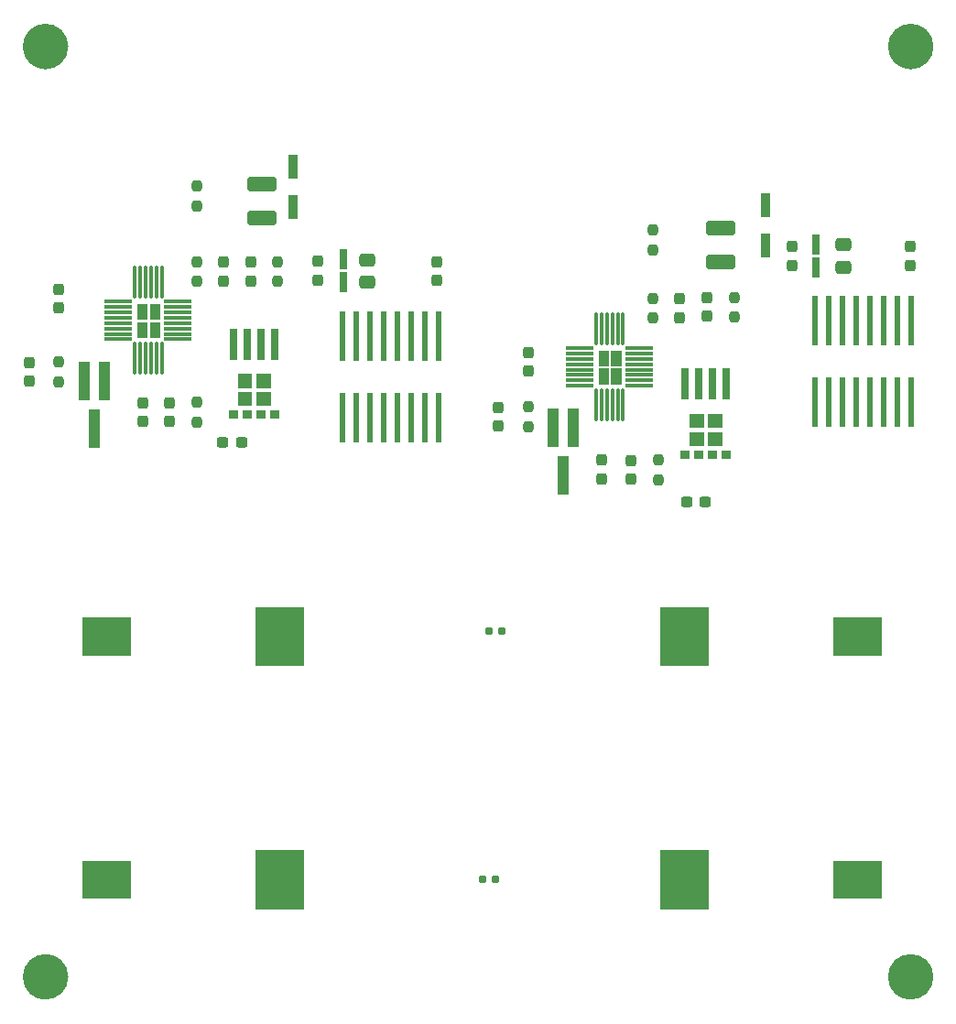
<source format=gtp>
%TF.GenerationSoftware,KiCad,Pcbnew,6.0.11+dfsg-1*%
%TF.CreationDate,2023-05-03T21:30:48-05:00*%
%TF.ProjectId,CubesatPwrBoard,43756265-7361-4745-9077-72426f617264,rev?*%
%TF.SameCoordinates,Original*%
%TF.FileFunction,Paste,Top*%
%TF.FilePolarity,Positive*%
%FSLAX46Y46*%
G04 Gerber Fmt 4.6, Leading zero omitted, Abs format (unit mm)*
G04 Created by KiCad (PCBNEW 6.0.11+dfsg-1) date 2023-05-03 21:30:48*
%MOMM*%
%LPD*%
G01*
G04 APERTURE LIST*
G04 Aperture macros list*
%AMRoundRect*
0 Rectangle with rounded corners*
0 $1 Rounding radius*
0 $2 $3 $4 $5 $6 $7 $8 $9 X,Y pos of 4 corners*
0 Add a 4 corners polygon primitive as box body*
4,1,4,$2,$3,$4,$5,$6,$7,$8,$9,$2,$3,0*
0 Add four circle primitives for the rounded corners*
1,1,$1+$1,$2,$3*
1,1,$1+$1,$4,$5*
1,1,$1+$1,$6,$7*
1,1,$1+$1,$8,$9*
0 Add four rect primitives between the rounded corners*
20,1,$1+$1,$2,$3,$4,$5,0*
20,1,$1+$1,$4,$5,$6,$7,0*
20,1,$1+$1,$6,$7,$8,$9,0*
20,1,$1+$1,$8,$9,$2,$3,0*%
G04 Aperture macros list end*
%ADD10C,2.088486*%
%ADD11C,0.010000*%
%ADD12C,2.100000*%
%ADD13C,0.120000*%
%ADD14R,0.700000X1.850000*%
%ADD15RoundRect,0.237500X0.237500X-0.300000X0.237500X0.300000X-0.237500X0.300000X-0.237500X-0.300000X0*%
%ADD16RoundRect,0.041300X0.253700X-2.213700X0.253700X2.213700X-0.253700X2.213700X-0.253700X-2.213700X0*%
%ADD17RoundRect,0.018900X1.228600X0.116100X-1.228600X0.116100X-1.228600X-0.116100X1.228600X-0.116100X0*%
%ADD18RoundRect,0.018900X-0.116100X1.478600X-0.116100X-1.478600X0.116100X-1.478600X0.116100X1.478600X0*%
%ADD19RoundRect,0.018900X-1.228600X-0.116100X1.228600X-0.116100X1.228600X0.116100X-1.228600X0.116100X0*%
%ADD20RoundRect,0.018900X0.116100X-1.478600X0.116100X1.478600X-0.116100X1.478600X-0.116100X-1.478600X0*%
%ADD21RoundRect,0.237500X0.237500X-0.250000X0.237500X0.250000X-0.237500X0.250000X-0.237500X-0.250000X0*%
%ADD22R,0.750000X2.965000*%
%ADD23R,0.740000X2.965000*%
%ADD24RoundRect,0.237500X-0.237500X0.300000X-0.237500X-0.300000X0.237500X-0.300000X0.237500X0.300000X0*%
%ADD25R,1.000000X3.600000*%
%ADD26RoundRect,0.237500X-0.237500X0.287500X-0.237500X-0.287500X0.237500X-0.287500X0.237500X0.287500X0*%
%ADD27RoundRect,0.237500X-0.300000X-0.237500X0.300000X-0.237500X0.300000X0.237500X-0.300000X0.237500X0*%
%ADD28RoundRect,0.250000X1.100000X-0.412500X1.100000X0.412500X-1.100000X0.412500X-1.100000X-0.412500X0*%
%ADD29RoundRect,0.237500X-0.237500X0.250000X-0.237500X-0.250000X0.237500X-0.250000X0.237500X0.250000X0*%
%ADD30RoundRect,0.250000X-0.475000X0.337500X-0.475000X-0.337500X0.475000X-0.337500X0.475000X0.337500X0*%
%ADD31RoundRect,0.160000X-0.197500X-0.160000X0.197500X-0.160000X0.197500X0.160000X-0.197500X0.160000X0*%
%ADD32R,0.900000X2.250000*%
G04 APERTURE END LIST*
D10*
X192544243Y-136500000D02*
G75*
G03*
X192544243Y-136500000I-1044243J0D01*
G01*
X112544243Y-136500000D02*
G75*
G03*
X112544243Y-136500000I-1044243J0D01*
G01*
X192544243Y-50500000D02*
G75*
G03*
X192544243Y-50500000I-1044243J0D01*
G01*
X112544243Y-50500000D02*
G75*
G03*
X112544243Y-50500000I-1044243J0D01*
G01*
%TO.C,U2*%
G36*
X164685000Y-81646250D02*
G01*
X163805000Y-81646250D01*
X163805000Y-80266250D01*
X164685000Y-80266250D01*
X164685000Y-81646250D01*
G37*
D11*
X164685000Y-81646250D02*
X163805000Y-81646250D01*
X163805000Y-80266250D01*
X164685000Y-80266250D01*
X164685000Y-81646250D01*
G36*
X164685000Y-79966250D02*
G01*
X163805000Y-79966250D01*
X163805000Y-78586250D01*
X164685000Y-78586250D01*
X164685000Y-79966250D01*
G37*
X164685000Y-79966250D02*
X163805000Y-79966250D01*
X163805000Y-78586250D01*
X164685000Y-78586250D01*
X164685000Y-79966250D01*
G36*
X163505000Y-81646250D02*
G01*
X162625000Y-81646250D01*
X162625000Y-80266250D01*
X163505000Y-80266250D01*
X163505000Y-81646250D01*
G37*
X163505000Y-81646250D02*
X162625000Y-81646250D01*
X162625000Y-80266250D01*
X163505000Y-80266250D01*
X163505000Y-81646250D01*
G36*
X163505000Y-79966250D02*
G01*
X162625000Y-79966250D01*
X162625000Y-78586250D01*
X163505000Y-78586250D01*
X163505000Y-79966250D01*
G37*
X163505000Y-79966250D02*
X162625000Y-79966250D01*
X162625000Y-78586250D01*
X163505000Y-78586250D01*
X163505000Y-79966250D01*
%TO.C,Q3*%
G36*
X172282500Y-85678750D02*
G01*
X171032500Y-85678750D01*
X171032500Y-84478750D01*
X172282500Y-84478750D01*
X172282500Y-85678750D01*
G37*
X172282500Y-85678750D02*
X171032500Y-85678750D01*
X171032500Y-84478750D01*
X172282500Y-84478750D01*
X172282500Y-85678750D01*
G36*
X174002500Y-85678750D02*
G01*
X172752500Y-85678750D01*
X172752500Y-84478750D01*
X174002500Y-84478750D01*
X174002500Y-85678750D01*
G37*
X174002500Y-85678750D02*
X172752500Y-85678750D01*
X172752500Y-84478750D01*
X174002500Y-84478750D01*
X174002500Y-85678750D01*
G36*
X170992500Y-88533750D02*
G01*
X170232500Y-88533750D01*
X170232500Y-87823750D01*
X170992500Y-87823750D01*
X170992500Y-88533750D01*
G37*
X170992500Y-88533750D02*
X170232500Y-88533750D01*
X170232500Y-87823750D01*
X170992500Y-87823750D01*
X170992500Y-88533750D01*
G36*
X172262500Y-88533750D02*
G01*
X171502500Y-88533750D01*
X171502500Y-87823750D01*
X172262500Y-87823750D01*
X172262500Y-88533750D01*
G37*
X172262500Y-88533750D02*
X171502500Y-88533750D01*
X171502500Y-87823750D01*
X172262500Y-87823750D01*
X172262500Y-88533750D01*
G36*
X173532500Y-88533750D02*
G01*
X172772500Y-88533750D01*
X172772500Y-87823750D01*
X173532500Y-87823750D01*
X173532500Y-88533750D01*
G37*
X173532500Y-88533750D02*
X172772500Y-88533750D01*
X172772500Y-87823750D01*
X173532500Y-87823750D01*
X173532500Y-88533750D01*
G36*
X174802500Y-88533750D02*
G01*
X174042500Y-88533750D01*
X174042500Y-87823750D01*
X174802500Y-87823750D01*
X174802500Y-88533750D01*
G37*
X174802500Y-88533750D02*
X174042500Y-88533750D01*
X174042500Y-87823750D01*
X174802500Y-87823750D01*
X174802500Y-88533750D01*
G36*
X174002500Y-87348750D02*
G01*
X172752500Y-87348750D01*
X172752500Y-86148750D01*
X174002500Y-86148750D01*
X174002500Y-87348750D01*
G37*
X174002500Y-87348750D02*
X172752500Y-87348750D01*
X172752500Y-86148750D01*
X174002500Y-86148750D01*
X174002500Y-87348750D01*
G36*
X172282500Y-87348750D02*
G01*
X171032500Y-87348750D01*
X171032500Y-86148750D01*
X172282500Y-86148750D01*
X172282500Y-87348750D01*
G37*
X172282500Y-87348750D02*
X171032500Y-87348750D01*
X171032500Y-86148750D01*
X172282500Y-86148750D01*
X172282500Y-87348750D01*
%TO.C,H1*%
D12*
X112550000Y-136500000D02*
G75*
G03*
X112550000Y-136500000I-1050000J0D01*
G01*
D13*
%TO.C,J3*%
X119350000Y-106700000D02*
X114950000Y-106700000D01*
X114950000Y-106700000D02*
X114950000Y-103300000D01*
X114950000Y-103300000D02*
X119350000Y-103300000D01*
X119350000Y-103300000D02*
X119350000Y-106700000D01*
G36*
X119350000Y-106700000D02*
G01*
X114950000Y-106700000D01*
X114950000Y-103300000D01*
X119350000Y-103300000D01*
X119350000Y-106700000D01*
G37*
X135350000Y-107700000D02*
X130950000Y-107700000D01*
X130950000Y-107700000D02*
X130950000Y-102300000D01*
X130950000Y-102300000D02*
X135350000Y-102300000D01*
X135350000Y-102300000D02*
X135350000Y-107700000D01*
G36*
X135350000Y-107700000D02*
G01*
X130950000Y-107700000D01*
X130950000Y-102300000D01*
X135350000Y-102300000D01*
X135350000Y-107700000D01*
G37*
%TO.C,H3*%
D12*
X192550000Y-136500000D02*
G75*
G03*
X192550000Y-136500000I-1050000J0D01*
G01*
%TO.C,H4*%
X112550000Y-50500000D02*
G75*
G03*
X112550000Y-50500000I-1050000J0D01*
G01*
%TO.C,H2*%
X192550000Y-50500000D02*
G75*
G03*
X192550000Y-50500000I-1050000J0D01*
G01*
D13*
%TO.C,J6*%
X184350000Y-125800000D02*
X188750000Y-125800000D01*
X188750000Y-125800000D02*
X188750000Y-129200000D01*
X188750000Y-129200000D02*
X184350000Y-129200000D01*
X184350000Y-129200000D02*
X184350000Y-125800000D01*
G36*
X184350000Y-125800000D02*
G01*
X188750000Y-125800000D01*
X188750000Y-129200000D01*
X184350000Y-129200000D01*
X184350000Y-125800000D01*
G37*
X168350000Y-124800000D02*
X172750000Y-124800000D01*
X172750000Y-124800000D02*
X172750000Y-130200000D01*
X172750000Y-130200000D02*
X168350000Y-130200000D01*
X168350000Y-130200000D02*
X168350000Y-124800000D01*
G36*
X168350000Y-124800000D02*
G01*
X172750000Y-124800000D01*
X172750000Y-130200000D01*
X168350000Y-130200000D01*
X168350000Y-124800000D01*
G37*
%TO.C,J5*%
X135350000Y-130200000D02*
X130950000Y-130200000D01*
X130950000Y-130200000D02*
X130950000Y-124800000D01*
X130950000Y-124800000D02*
X135350000Y-124800000D01*
X135350000Y-124800000D02*
X135350000Y-130200000D01*
G36*
X135350000Y-130200000D02*
G01*
X130950000Y-130200000D01*
X130950000Y-124800000D01*
X135350000Y-124800000D01*
X135350000Y-130200000D01*
G37*
X119350000Y-129200000D02*
X114950000Y-129200000D01*
X114950000Y-129200000D02*
X114950000Y-125800000D01*
X114950000Y-125800000D02*
X119350000Y-125800000D01*
X119350000Y-125800000D02*
X119350000Y-129200000D01*
G36*
X119350000Y-129200000D02*
G01*
X114950000Y-129200000D01*
X114950000Y-125800000D01*
X119350000Y-125800000D01*
X119350000Y-129200000D01*
G37*
%TO.C,J4*%
X184350000Y-103300000D02*
X188750000Y-103300000D01*
X188750000Y-103300000D02*
X188750000Y-106700000D01*
X188750000Y-106700000D02*
X184350000Y-106700000D01*
X184350000Y-106700000D02*
X184350000Y-103300000D01*
G36*
X184350000Y-103300000D02*
G01*
X188750000Y-103300000D01*
X188750000Y-106700000D01*
X184350000Y-106700000D01*
X184350000Y-103300000D01*
G37*
X168350000Y-102300000D02*
X172750000Y-102300000D01*
X172750000Y-102300000D02*
X172750000Y-107700000D01*
X172750000Y-107700000D02*
X168350000Y-107700000D01*
X168350000Y-107700000D02*
X168350000Y-102300000D01*
G36*
X168350000Y-102300000D02*
G01*
X172750000Y-102300000D01*
X172750000Y-107700000D01*
X168350000Y-107700000D01*
X168350000Y-102300000D01*
G37*
%TO.C,U1*%
G36*
X120842500Y-77340000D02*
G01*
X119962500Y-77340000D01*
X119962500Y-75960000D01*
X120842500Y-75960000D01*
X120842500Y-77340000D01*
G37*
D11*
X120842500Y-77340000D02*
X119962500Y-77340000D01*
X119962500Y-75960000D01*
X120842500Y-75960000D01*
X120842500Y-77340000D01*
G36*
X122022500Y-77340000D02*
G01*
X121142500Y-77340000D01*
X121142500Y-75960000D01*
X122022500Y-75960000D01*
X122022500Y-77340000D01*
G37*
X122022500Y-77340000D02*
X121142500Y-77340000D01*
X121142500Y-75960000D01*
X122022500Y-75960000D01*
X122022500Y-77340000D01*
G36*
X120842500Y-75660000D02*
G01*
X119962500Y-75660000D01*
X119962500Y-74280000D01*
X120842500Y-74280000D01*
X120842500Y-75660000D01*
G37*
X120842500Y-75660000D02*
X119962500Y-75660000D01*
X119962500Y-74280000D01*
X120842500Y-74280000D01*
X120842500Y-75660000D01*
G36*
X122022500Y-75660000D02*
G01*
X121142500Y-75660000D01*
X121142500Y-74280000D01*
X122022500Y-74280000D01*
X122022500Y-75660000D01*
G37*
X122022500Y-75660000D02*
X121142500Y-75660000D01*
X121142500Y-74280000D01*
X122022500Y-74280000D01*
X122022500Y-75660000D01*
%TO.C,Q1*%
G36*
X132240000Y-83642500D02*
G01*
X130990000Y-83642500D01*
X130990000Y-82442500D01*
X132240000Y-82442500D01*
X132240000Y-83642500D01*
G37*
X132240000Y-83642500D02*
X130990000Y-83642500D01*
X130990000Y-82442500D01*
X132240000Y-82442500D01*
X132240000Y-83642500D01*
G36*
X131770000Y-84827500D02*
G01*
X131010000Y-84827500D01*
X131010000Y-84117500D01*
X131770000Y-84117500D01*
X131770000Y-84827500D01*
G37*
X131770000Y-84827500D02*
X131010000Y-84827500D01*
X131010000Y-84117500D01*
X131770000Y-84117500D01*
X131770000Y-84827500D01*
G36*
X129230000Y-84827500D02*
G01*
X128470000Y-84827500D01*
X128470000Y-84117500D01*
X129230000Y-84117500D01*
X129230000Y-84827500D01*
G37*
X129230000Y-84827500D02*
X128470000Y-84827500D01*
X128470000Y-84117500D01*
X129230000Y-84117500D01*
X129230000Y-84827500D01*
G36*
X130520000Y-83642500D02*
G01*
X129270000Y-83642500D01*
X129270000Y-82442500D01*
X130520000Y-82442500D01*
X130520000Y-83642500D01*
G37*
X130520000Y-83642500D02*
X129270000Y-83642500D01*
X129270000Y-82442500D01*
X130520000Y-82442500D01*
X130520000Y-83642500D01*
G36*
X130520000Y-81972500D02*
G01*
X129270000Y-81972500D01*
X129270000Y-80772500D01*
X130520000Y-80772500D01*
X130520000Y-81972500D01*
G37*
X130520000Y-81972500D02*
X129270000Y-81972500D01*
X129270000Y-80772500D01*
X130520000Y-80772500D01*
X130520000Y-81972500D01*
G36*
X133040000Y-84827500D02*
G01*
X132280000Y-84827500D01*
X132280000Y-84117500D01*
X133040000Y-84117500D01*
X133040000Y-84827500D01*
G37*
X133040000Y-84827500D02*
X132280000Y-84827500D01*
X132280000Y-84117500D01*
X133040000Y-84117500D01*
X133040000Y-84827500D01*
G36*
X132240000Y-81972500D02*
G01*
X130990000Y-81972500D01*
X130990000Y-80772500D01*
X132240000Y-80772500D01*
X132240000Y-81972500D01*
G37*
X132240000Y-81972500D02*
X130990000Y-81972500D01*
X130990000Y-80772500D01*
X132240000Y-80772500D01*
X132240000Y-81972500D01*
G36*
X130500000Y-84827500D02*
G01*
X129740000Y-84827500D01*
X129740000Y-84117500D01*
X130500000Y-84117500D01*
X130500000Y-84827500D01*
G37*
X130500000Y-84827500D02*
X129740000Y-84827500D01*
X129740000Y-84117500D01*
X130500000Y-84117500D01*
X130500000Y-84827500D01*
%TD*%
D14*
%TO.C,D3*%
X139062500Y-70165852D03*
X139062500Y-72315852D03*
%TD*%
D15*
%TO.C,C2*%
X130492500Y-72172500D03*
X130492500Y-70447500D03*
%TD*%
D16*
%TO.C,U4*%
X182680000Y-83350000D03*
X183950000Y-83350000D03*
X185220000Y-83350000D03*
X186490000Y-83350000D03*
X187760000Y-83350000D03*
X189030000Y-83350000D03*
X190300000Y-83350000D03*
X191570000Y-83350000D03*
X191570000Y-75860000D03*
X190300000Y-75860000D03*
X189030000Y-75860000D03*
X187760000Y-75860000D03*
X186490000Y-75860000D03*
X185220000Y-75860000D03*
X183950000Y-75860000D03*
X182680000Y-75860000D03*
%TD*%
D17*
%TO.C,U2*%
X166407500Y-81866250D03*
X166407500Y-81366250D03*
X166407500Y-80866250D03*
X166407500Y-80366250D03*
X166407500Y-79866250D03*
X166407500Y-79366250D03*
X166407500Y-78866250D03*
X166407500Y-78366250D03*
D18*
X164905000Y-76613750D03*
X164405000Y-76613750D03*
X163905000Y-76613750D03*
X163405000Y-76613750D03*
X162905000Y-76613750D03*
X162405000Y-76613750D03*
D19*
X160902500Y-78366250D03*
X160902500Y-78866250D03*
X160902500Y-79366250D03*
X160902500Y-79866250D03*
X160902500Y-80366250D03*
X160902500Y-80866250D03*
X160902500Y-81366250D03*
X160902500Y-81866250D03*
D20*
X162405000Y-83618750D03*
X162905000Y-83618750D03*
X163405000Y-83618750D03*
X163905000Y-83618750D03*
X164405000Y-83618750D03*
X164905000Y-83618750D03*
%TD*%
D21*
%TO.C,R1*%
X132925000Y-72222500D03*
X132925000Y-70397500D03*
%TD*%
D22*
%TO.C,Q3*%
X174422500Y-81706250D03*
X173152500Y-81706250D03*
D23*
X171887500Y-81706250D03*
D22*
X170612500Y-81706250D03*
%TD*%
D24*
%TO.C,C6*%
X109992500Y-79697500D03*
X109992500Y-81422500D03*
%TD*%
D25*
%TO.C,Q4*%
X160305100Y-85766250D03*
X158405100Y-85766250D03*
X159355100Y-90166250D03*
%TD*%
D15*
%TO.C,C11*%
X156155000Y-80478750D03*
X156155000Y-78753750D03*
%TD*%
D26*
%TO.C,L1*%
X120502500Y-83435000D03*
X120502500Y-85185000D03*
%TD*%
D27*
%TO.C,C7*%
X127882500Y-87050000D03*
X129607500Y-87050000D03*
%TD*%
D15*
%TO.C,C17*%
X191490000Y-70712500D03*
X191490000Y-68987500D03*
%TD*%
D24*
%TO.C,C13*%
X153395000Y-83853750D03*
X153395000Y-85578750D03*
%TD*%
D28*
%TO.C,C1*%
X131492500Y-66372500D03*
X131492500Y-63247500D03*
%TD*%
%TO.C,C8*%
X173905000Y-70428750D03*
X173905000Y-67303750D03*
%TD*%
D29*
%TO.C,R9*%
X167632500Y-67453750D03*
X167632500Y-69278750D03*
%TD*%
D16*
%TO.C,U3*%
X138932500Y-84785852D03*
X140202500Y-84785852D03*
X141472500Y-84785852D03*
X142742500Y-84785852D03*
X144012500Y-84785852D03*
X145282500Y-84785852D03*
X146552500Y-84785852D03*
X147822500Y-84785852D03*
X147822500Y-77295852D03*
X146552500Y-77295852D03*
X145282500Y-77295852D03*
X144012500Y-77295852D03*
X142742500Y-77295852D03*
X141472500Y-77295852D03*
X140202500Y-77295852D03*
X138932500Y-77295852D03*
%TD*%
D26*
%TO.C,L4*%
X180490000Y-68975000D03*
X180490000Y-70725000D03*
%TD*%
D24*
%TO.C,C10*%
X170155000Y-73830051D03*
X170155000Y-75555051D03*
%TD*%
D29*
%TO.C,R8*%
X168132500Y-88703750D03*
X168132500Y-90528750D03*
%TD*%
D15*
%TO.C,C4*%
X112742500Y-74672500D03*
X112742500Y-72947500D03*
%TD*%
D29*
%TO.C,R10*%
X156155000Y-83803750D03*
X156155000Y-85628750D03*
%TD*%
D14*
%TO.C,D4*%
X182750000Y-68775000D03*
X182750000Y-70925000D03*
%TD*%
D24*
%TO.C,C3*%
X127992500Y-70447500D03*
X127992500Y-72172500D03*
%TD*%
D30*
%TO.C,C18*%
X185240000Y-68812500D03*
X185240000Y-70887500D03*
%TD*%
D25*
%TO.C,Q2*%
X116942600Y-81410000D03*
X115042600Y-81410000D03*
X115992600Y-85810000D03*
%TD*%
D26*
%TO.C,L2*%
X162895000Y-88741250D03*
X162895000Y-90491250D03*
%TD*%
D21*
%TO.C,R6*%
X175200000Y-75528750D03*
X175200000Y-73703750D03*
%TD*%
D29*
%TO.C,R3*%
X125502500Y-83397500D03*
X125502500Y-85222500D03*
%TD*%
D31*
%TO.C,TH1*%
X152500000Y-104500000D03*
X153695000Y-104500000D03*
%TD*%
D29*
%TO.C,R5*%
X112742500Y-79647500D03*
X112742500Y-81472500D03*
%TD*%
D26*
%TO.C,L3*%
X136715000Y-70365852D03*
X136715000Y-72115852D03*
%TD*%
D24*
%TO.C,C5*%
X122992500Y-83447500D03*
X122992500Y-85172500D03*
%TD*%
D17*
%TO.C,U1*%
X123745000Y-77560000D03*
X123745000Y-77060000D03*
X123745000Y-76560000D03*
X123745000Y-76060000D03*
X123745000Y-75560000D03*
X123745000Y-75060000D03*
X123745000Y-74560000D03*
X123745000Y-74060000D03*
D18*
X122242500Y-72307500D03*
X121742500Y-72307500D03*
X121242500Y-72307500D03*
X120742500Y-72307500D03*
X120242500Y-72307500D03*
X119742500Y-72307500D03*
D19*
X118240000Y-74060000D03*
X118240000Y-74560000D03*
X118240000Y-75060000D03*
X118240000Y-75560000D03*
X118240000Y-76060000D03*
X118240000Y-76560000D03*
X118240000Y-77060000D03*
X118240000Y-77560000D03*
D20*
X119742500Y-79312500D03*
X120242500Y-79312500D03*
X120742500Y-79312500D03*
X121242500Y-79312500D03*
X121742500Y-79312500D03*
X122242500Y-79312500D03*
%TD*%
D22*
%TO.C,Q1*%
X132660000Y-78000000D03*
X131390000Y-78000000D03*
D23*
X130125000Y-78000000D03*
D22*
X128850000Y-78000000D03*
%TD*%
D27*
%TO.C,C14*%
X170792500Y-92618750D03*
X172517500Y-92618750D03*
%TD*%
D30*
%TO.C,C16*%
X141215000Y-70203352D03*
X141215000Y-72278352D03*
%TD*%
D32*
%TO.C,D1*%
X134350000Y-65375000D03*
X134350000Y-61625000D03*
%TD*%
D15*
%TO.C,C9*%
X172665000Y-75408784D03*
X172665000Y-73683784D03*
%TD*%
D21*
%TO.C,R7*%
X167632500Y-75605051D03*
X167632500Y-73780051D03*
%TD*%
D24*
%TO.C,C12*%
X165655000Y-88753750D03*
X165655000Y-90478750D03*
%TD*%
D32*
%TO.C,D2*%
X178100000Y-68875000D03*
X178100000Y-65125000D03*
%TD*%
D31*
%TO.C,TH2*%
X151902500Y-127500000D03*
X153097500Y-127500000D03*
%TD*%
D21*
%TO.C,R2*%
X125515000Y-72222500D03*
X125515000Y-70397500D03*
%TD*%
D29*
%TO.C,R4*%
X125492500Y-63406948D03*
X125492500Y-65231948D03*
%TD*%
D15*
%TO.C,C15*%
X147715000Y-72103352D03*
X147715000Y-70378352D03*
%TD*%
M02*

</source>
